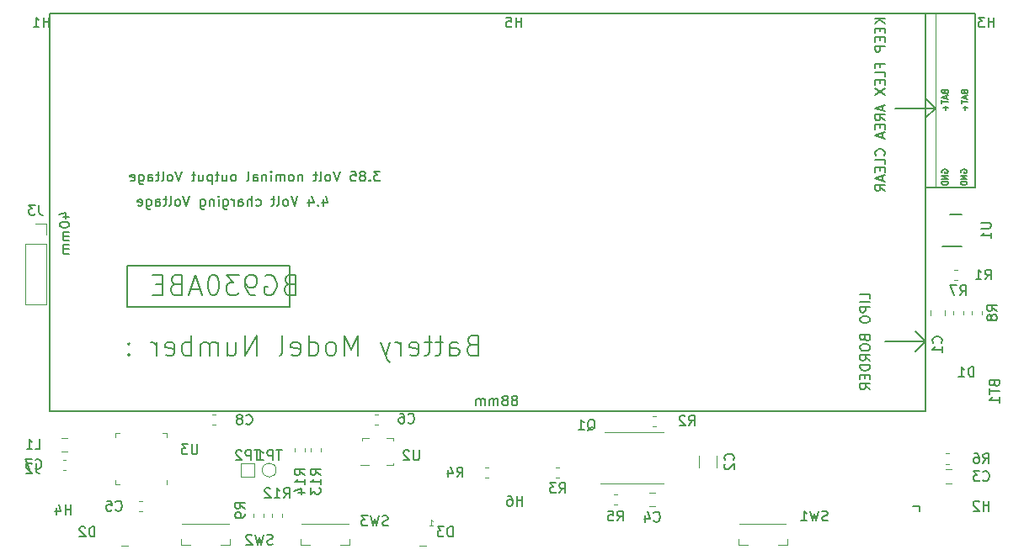
<source format=gbr>
G04 #@! TF.GenerationSoftware,KiCad,Pcbnew,5.1.5*
G04 #@! TF.CreationDate,2019-12-23T15:09:15+01:00*
G04 #@! TF.ProjectId,eside_rev18,65736964-655f-4726-9576-31382e6b6963,rev?*
G04 #@! TF.SameCoordinates,Original*
G04 #@! TF.FileFunction,Legend,Bot*
G04 #@! TF.FilePolarity,Positive*
%FSLAX46Y46*%
G04 Gerber Fmt 4.6, Leading zero omitted, Abs format (unit mm)*
G04 Created by KiCad (PCBNEW 5.1.5) date 2019-12-23 15:09:15*
%MOMM*%
%LPD*%
G04 APERTURE LIST*
%ADD10C,0.120000*%
%ADD11C,0.150000*%
%ADD12C,0.100000*%
%ADD13C,0.010000*%
G04 APERTURE END LIST*
D10*
X73900000Y-100950000D02*
X73900000Y-99550000D01*
X72500000Y-100950000D02*
X73900000Y-100950000D01*
X72500000Y-99550000D02*
X72500000Y-100950000D01*
X73900000Y-99550000D02*
X72500000Y-99550000D01*
X76100000Y-100250000D02*
G75*
G03X76100000Y-100250000I-700000J0D01*
G01*
X54541422Y-96990000D02*
X55058578Y-96990000D01*
X54541422Y-98410000D02*
X55058578Y-98410000D01*
X54637221Y-99190000D02*
X54962779Y-99190000D01*
X54637221Y-100210000D02*
X54962779Y-100210000D01*
D11*
X143050000Y-77725000D02*
X144975000Y-77725000D01*
X143825000Y-74475000D02*
X144975000Y-74475000D01*
D10*
X62662779Y-104410000D02*
X62337221Y-104410000D01*
X62662779Y-103390000D02*
X62337221Y-103390000D01*
D12*
X87900000Y-99750000D02*
X87900000Y-99530000D01*
X87180000Y-99750000D02*
X87900000Y-99750000D01*
X87900000Y-97050000D02*
X87180000Y-97050000D01*
X87900000Y-97270000D02*
X87900000Y-97050000D01*
X84700000Y-97050000D02*
X84700000Y-97270000D01*
X84700000Y-97050000D02*
X85420000Y-97050000D01*
X84600000Y-99750000D02*
X85420000Y-99750000D01*
D10*
X52960000Y-75440000D02*
X51900000Y-75440000D01*
X52960000Y-76500000D02*
X52960000Y-75440000D01*
X52960000Y-77500000D02*
X50840000Y-77500000D01*
X50840000Y-77500000D02*
X50840000Y-83560000D01*
X52960000Y-77500000D02*
X52960000Y-83560000D01*
X52960000Y-83560000D02*
X50840000Y-83560000D01*
X118590000Y-100002064D02*
X118590000Y-98797936D01*
X120410000Y-100002064D02*
X120410000Y-98797936D01*
X65110000Y-101235000D02*
X65110000Y-101710000D01*
X59890000Y-96490000D02*
X60365000Y-96490000D01*
X59890000Y-96965000D02*
X59890000Y-96490000D01*
X59890000Y-101710000D02*
X60365000Y-101710000D01*
X59890000Y-101235000D02*
X59890000Y-101710000D01*
X65110000Y-96490000D02*
X64635000Y-96490000D01*
X65110000Y-96965000D02*
X65110000Y-96490000D01*
X86362779Y-94690000D02*
X86037221Y-94690000D01*
X86362779Y-95710000D02*
X86037221Y-95710000D01*
X91200000Y-107900000D02*
X90500000Y-107900000D01*
X147010000Y-84237221D02*
X147010000Y-84562779D01*
X145990000Y-84237221D02*
X145990000Y-84562779D01*
X145210000Y-84237221D02*
X145210000Y-84562779D01*
X144190000Y-84237221D02*
X144190000Y-84562779D01*
X109155000Y-96430000D02*
X115045000Y-96430000D01*
X108700000Y-101570000D02*
X115045000Y-101570000D01*
X61200000Y-107900000D02*
X60500000Y-107900000D01*
X79010000Y-98037221D02*
X79010000Y-98362779D01*
X77990000Y-98037221D02*
X77990000Y-98362779D01*
X80610000Y-98037221D02*
X80610000Y-98362779D01*
X79590000Y-98037221D02*
X79590000Y-98362779D01*
X83450000Y-107775000D02*
X82525000Y-107775000D01*
X83350000Y-105650000D02*
X78650000Y-105650000D01*
X78550000Y-107225000D02*
X78550000Y-107775000D01*
X83450000Y-107225000D02*
X83450000Y-107775000D01*
X79475000Y-107775000D02*
X78550000Y-107775000D01*
X71450000Y-107775000D02*
X70525000Y-107775000D01*
X71350000Y-105650000D02*
X66650000Y-105650000D01*
X66550000Y-107225000D02*
X66550000Y-107775000D01*
X71450000Y-107225000D02*
X71450000Y-107775000D01*
X67475000Y-107775000D02*
X66550000Y-107775000D01*
X123475000Y-107775000D02*
X122550000Y-107775000D01*
X127450000Y-107225000D02*
X127450000Y-107775000D01*
X122550000Y-107225000D02*
X122550000Y-107775000D01*
X127350000Y-105650000D02*
X122650000Y-105650000D01*
X127450000Y-107775000D02*
X126525000Y-107775000D01*
X76710000Y-104962779D02*
X76710000Y-104637221D01*
X75690000Y-104962779D02*
X75690000Y-104637221D01*
X74810000Y-104962779D02*
X74810000Y-104637221D01*
X73790000Y-104962779D02*
X73790000Y-104637221D01*
X143762779Y-99610000D02*
X143437221Y-99610000D01*
X143762779Y-98590000D02*
X143437221Y-98590000D01*
X110037221Y-102690000D02*
X110362779Y-102690000D01*
X110037221Y-103710000D02*
X110362779Y-103710000D01*
X97462779Y-101010000D02*
X97137221Y-101010000D01*
X97462779Y-99990000D02*
X97137221Y-99990000D01*
X104237221Y-99990000D02*
X104562779Y-99990000D01*
X104237221Y-101010000D02*
X104562779Y-101010000D01*
X114262779Y-95810000D02*
X113937221Y-95810000D01*
X114262779Y-94790000D02*
X113937221Y-94790000D01*
X144562779Y-81110000D02*
X144237221Y-81110000D01*
X144562779Y-80090000D02*
X144237221Y-80090000D01*
D11*
X140800000Y-103900000D02*
X140800000Y-104400000D01*
X140100000Y-103900000D02*
X140800000Y-103900000D01*
D10*
X69637221Y-94690000D02*
X69962779Y-94690000D01*
X69637221Y-95710000D02*
X69962779Y-95710000D01*
X113641422Y-102490000D02*
X114158578Y-102490000D01*
X113641422Y-103910000D02*
X114158578Y-103910000D01*
X143958578Y-101610000D02*
X143441422Y-101610000D01*
X143958578Y-100190000D02*
X143441422Y-100190000D01*
X143310000Y-84141422D02*
X143310000Y-84658578D01*
X141890000Y-84141422D02*
X141890000Y-84658578D01*
D11*
X146350000Y-54300000D02*
X53350000Y-54300000D01*
X53350000Y-54300000D02*
X53350000Y-94300000D01*
X53350000Y-94300000D02*
X141350000Y-94300000D01*
X146350000Y-71800000D02*
X142350000Y-71800000D01*
D13*
X142350000Y-71800000D02*
X142350000Y-54300000D01*
D11*
X142350000Y-63800000D02*
X138350000Y-63800000D01*
X141350000Y-64800000D02*
X142350000Y-63800000D01*
X142350000Y-63800000D02*
X141350000Y-62800000D01*
X141350000Y-54300000D02*
X141350000Y-71800000D01*
X141350000Y-87300000D02*
X137350000Y-87300000D01*
X137350000Y-87300000D02*
X141350000Y-87300000D01*
X141350000Y-87300000D02*
X140350000Y-88300000D01*
X141350000Y-87300000D02*
X140350000Y-86300000D01*
X146350000Y-54300000D02*
X146350000Y-71800000D01*
X142350000Y-71800000D02*
X141350000Y-71800000D01*
X141350000Y-71800000D02*
X141350000Y-94300000D01*
X77450000Y-83800000D02*
X77450000Y-79700000D01*
X77450000Y-79700000D02*
X61150000Y-79700000D01*
X61150000Y-79700000D02*
X61150000Y-83800000D01*
X61150000Y-83800000D02*
X77450000Y-83800000D01*
X74461904Y-98254380D02*
X73890476Y-98254380D01*
X74176190Y-99254380D02*
X74176190Y-98254380D01*
X73557142Y-99254380D02*
X73557142Y-98254380D01*
X73176190Y-98254380D01*
X73080952Y-98302000D01*
X73033333Y-98349619D01*
X72985714Y-98444857D01*
X72985714Y-98587714D01*
X73033333Y-98682952D01*
X73080952Y-98730571D01*
X73176190Y-98778190D01*
X73557142Y-98778190D01*
X72604761Y-98349619D02*
X72557142Y-98302000D01*
X72461904Y-98254380D01*
X72223809Y-98254380D01*
X72128571Y-98302000D01*
X72080952Y-98349619D01*
X72033333Y-98444857D01*
X72033333Y-98540095D01*
X72080952Y-98682952D01*
X72652380Y-99254380D01*
X72033333Y-99254380D01*
X76661904Y-98254380D02*
X76090476Y-98254380D01*
X76376190Y-99254380D02*
X76376190Y-98254380D01*
X75757142Y-99254380D02*
X75757142Y-98254380D01*
X75376190Y-98254380D01*
X75280952Y-98302000D01*
X75233333Y-98349619D01*
X75185714Y-98444857D01*
X75185714Y-98587714D01*
X75233333Y-98682952D01*
X75280952Y-98730571D01*
X75376190Y-98778190D01*
X75757142Y-98778190D01*
X74233333Y-99254380D02*
X74804761Y-99254380D01*
X74519047Y-99254380D02*
X74519047Y-98254380D01*
X74614285Y-98397238D01*
X74709523Y-98492476D01*
X74804761Y-98540095D01*
X51866666Y-98152380D02*
X52342857Y-98152380D01*
X52342857Y-97152380D01*
X51009523Y-98152380D02*
X51580952Y-98152380D01*
X51295238Y-98152380D02*
X51295238Y-97152380D01*
X51390476Y-97295238D01*
X51485714Y-97390476D01*
X51580952Y-97438095D01*
X51866666Y-100057142D02*
X51914285Y-100104761D01*
X52057142Y-100152380D01*
X52152380Y-100152380D01*
X52295238Y-100104761D01*
X52390476Y-100009523D01*
X52438095Y-99914285D01*
X52485714Y-99723809D01*
X52485714Y-99580952D01*
X52438095Y-99390476D01*
X52390476Y-99295238D01*
X52295238Y-99200000D01*
X52152380Y-99152380D01*
X52057142Y-99152380D01*
X51914285Y-99200000D01*
X51866666Y-99247619D01*
X51533333Y-99152380D02*
X50866666Y-99152380D01*
X51295238Y-100152380D01*
X146952380Y-75338095D02*
X147761904Y-75338095D01*
X147857142Y-75385714D01*
X147904761Y-75433333D01*
X147952380Y-75528571D01*
X147952380Y-75719047D01*
X147904761Y-75814285D01*
X147857142Y-75861904D01*
X147761904Y-75909523D01*
X146952380Y-75909523D01*
X147952380Y-76909523D02*
X147952380Y-76338095D01*
X147952380Y-76623809D02*
X146952380Y-76623809D01*
X147095238Y-76528571D01*
X147190476Y-76433333D01*
X147238095Y-76338095D01*
X59966666Y-104257142D02*
X60014285Y-104304761D01*
X60157142Y-104352380D01*
X60252380Y-104352380D01*
X60395238Y-104304761D01*
X60490476Y-104209523D01*
X60538095Y-104114285D01*
X60585714Y-103923809D01*
X60585714Y-103780952D01*
X60538095Y-103590476D01*
X60490476Y-103495238D01*
X60395238Y-103400000D01*
X60252380Y-103352380D01*
X60157142Y-103352380D01*
X60014285Y-103400000D01*
X59966666Y-103447619D01*
X59061904Y-103352380D02*
X59538095Y-103352380D01*
X59585714Y-103828571D01*
X59538095Y-103780952D01*
X59442857Y-103733333D01*
X59204761Y-103733333D01*
X59109523Y-103780952D01*
X59061904Y-103828571D01*
X59014285Y-103923809D01*
X59014285Y-104161904D01*
X59061904Y-104257142D01*
X59109523Y-104304761D01*
X59204761Y-104352380D01*
X59442857Y-104352380D01*
X59538095Y-104304761D01*
X59585714Y-104257142D01*
X90461904Y-98252380D02*
X90461904Y-99061904D01*
X90414285Y-99157142D01*
X90366666Y-99204761D01*
X90271428Y-99252380D01*
X90080952Y-99252380D01*
X89985714Y-99204761D01*
X89938095Y-99157142D01*
X89890476Y-99061904D01*
X89890476Y-98252380D01*
X89461904Y-98347619D02*
X89414285Y-98300000D01*
X89319047Y-98252380D01*
X89080952Y-98252380D01*
X88985714Y-98300000D01*
X88938095Y-98347619D01*
X88890476Y-98442857D01*
X88890476Y-98538095D01*
X88938095Y-98680952D01*
X89509523Y-99252380D01*
X88890476Y-99252380D01*
X52233333Y-73552380D02*
X52233333Y-74266666D01*
X52280952Y-74409523D01*
X52376190Y-74504761D01*
X52519047Y-74552380D01*
X52614285Y-74552380D01*
X51852380Y-73552380D02*
X51233333Y-73552380D01*
X51566666Y-73933333D01*
X51423809Y-73933333D01*
X51328571Y-73980952D01*
X51280952Y-74028571D01*
X51233333Y-74123809D01*
X51233333Y-74361904D01*
X51280952Y-74457142D01*
X51328571Y-74504761D01*
X51423809Y-74552380D01*
X51709523Y-74552380D01*
X51804761Y-74504761D01*
X51852380Y-74457142D01*
X122057142Y-99233333D02*
X122104761Y-99185714D01*
X122152380Y-99042857D01*
X122152380Y-98947619D01*
X122104761Y-98804761D01*
X122009523Y-98709523D01*
X121914285Y-98661904D01*
X121723809Y-98614285D01*
X121580952Y-98614285D01*
X121390476Y-98661904D01*
X121295238Y-98709523D01*
X121200000Y-98804761D01*
X121152380Y-98947619D01*
X121152380Y-99042857D01*
X121200000Y-99185714D01*
X121247619Y-99233333D01*
X121247619Y-99614285D02*
X121200000Y-99661904D01*
X121152380Y-99757142D01*
X121152380Y-99995238D01*
X121200000Y-100090476D01*
X121247619Y-100138095D01*
X121342857Y-100185714D01*
X121438095Y-100185714D01*
X121580952Y-100138095D01*
X122152380Y-99566666D01*
X122152380Y-100185714D01*
X68161904Y-97652380D02*
X68161904Y-98461904D01*
X68114285Y-98557142D01*
X68066666Y-98604761D01*
X67971428Y-98652380D01*
X67780952Y-98652380D01*
X67685714Y-98604761D01*
X67638095Y-98557142D01*
X67590476Y-98461904D01*
X67590476Y-97652380D01*
X67209523Y-97652380D02*
X66590476Y-97652380D01*
X66923809Y-98033333D01*
X66780952Y-98033333D01*
X66685714Y-98080952D01*
X66638095Y-98128571D01*
X66590476Y-98223809D01*
X66590476Y-98461904D01*
X66638095Y-98557142D01*
X66685714Y-98604761D01*
X66780952Y-98652380D01*
X67066666Y-98652380D01*
X67161904Y-98604761D01*
X67209523Y-98557142D01*
X89366666Y-95457142D02*
X89414285Y-95504761D01*
X89557142Y-95552380D01*
X89652380Y-95552380D01*
X89795238Y-95504761D01*
X89890476Y-95409523D01*
X89938095Y-95314285D01*
X89985714Y-95123809D01*
X89985714Y-94980952D01*
X89938095Y-94790476D01*
X89890476Y-94695238D01*
X89795238Y-94600000D01*
X89652380Y-94552380D01*
X89557142Y-94552380D01*
X89414285Y-94600000D01*
X89366666Y-94647619D01*
X88509523Y-94552380D02*
X88700000Y-94552380D01*
X88795238Y-94600000D01*
X88842857Y-94647619D01*
X88938095Y-94790476D01*
X88985714Y-94980952D01*
X88985714Y-95361904D01*
X88938095Y-95457142D01*
X88890476Y-95504761D01*
X88795238Y-95552380D01*
X88604761Y-95552380D01*
X88509523Y-95504761D01*
X88461904Y-95457142D01*
X88414285Y-95361904D01*
X88414285Y-95123809D01*
X88461904Y-95028571D01*
X88509523Y-94980952D01*
X88604761Y-94933333D01*
X88795238Y-94933333D01*
X88890476Y-94980952D01*
X88938095Y-95028571D01*
X88985714Y-95123809D01*
X93838095Y-106952380D02*
X93838095Y-105952380D01*
X93600000Y-105952380D01*
X93457142Y-106000000D01*
X93361904Y-106095238D01*
X93314285Y-106190476D01*
X93266666Y-106380952D01*
X93266666Y-106523809D01*
X93314285Y-106714285D01*
X93361904Y-106809523D01*
X93457142Y-106904761D01*
X93600000Y-106952380D01*
X93838095Y-106952380D01*
X92933333Y-105952380D02*
X92314285Y-105952380D01*
X92647619Y-106333333D01*
X92504761Y-106333333D01*
X92409523Y-106380952D01*
X92361904Y-106428571D01*
X92314285Y-106523809D01*
X92314285Y-106761904D01*
X92361904Y-106857142D01*
X92409523Y-106904761D01*
X92504761Y-106952380D01*
X92790476Y-106952380D01*
X92885714Y-106904761D01*
X92933333Y-106857142D01*
D12*
X91528571Y-105871428D02*
X91871428Y-105871428D01*
X91700000Y-105871428D02*
X91700000Y-105271428D01*
X91757142Y-105357142D01*
X91814285Y-105414285D01*
X91871428Y-105442857D01*
D11*
X148552380Y-84233333D02*
X148076190Y-83900000D01*
X148552380Y-83661904D02*
X147552380Y-83661904D01*
X147552380Y-84042857D01*
X147600000Y-84138095D01*
X147647619Y-84185714D01*
X147742857Y-84233333D01*
X147885714Y-84233333D01*
X147980952Y-84185714D01*
X148028571Y-84138095D01*
X148076190Y-84042857D01*
X148076190Y-83661904D01*
X147980952Y-84804761D02*
X147933333Y-84709523D01*
X147885714Y-84661904D01*
X147790476Y-84614285D01*
X147742857Y-84614285D01*
X147647619Y-84661904D01*
X147600000Y-84709523D01*
X147552380Y-84804761D01*
X147552380Y-84995238D01*
X147600000Y-85090476D01*
X147647619Y-85138095D01*
X147742857Y-85185714D01*
X147790476Y-85185714D01*
X147885714Y-85138095D01*
X147933333Y-85090476D01*
X147980952Y-84995238D01*
X147980952Y-84804761D01*
X148028571Y-84709523D01*
X148076190Y-84661904D01*
X148171428Y-84614285D01*
X148361904Y-84614285D01*
X148457142Y-84661904D01*
X148504761Y-84709523D01*
X148552380Y-84804761D01*
X148552380Y-84995238D01*
X148504761Y-85090476D01*
X148457142Y-85138095D01*
X148361904Y-85185714D01*
X148171428Y-85185714D01*
X148076190Y-85138095D01*
X148028571Y-85090476D01*
X147980952Y-84995238D01*
X144866666Y-82652380D02*
X145200000Y-82176190D01*
X145438095Y-82652380D02*
X145438095Y-81652380D01*
X145057142Y-81652380D01*
X144961904Y-81700000D01*
X144914285Y-81747619D01*
X144866666Y-81842857D01*
X144866666Y-81985714D01*
X144914285Y-82080952D01*
X144961904Y-82128571D01*
X145057142Y-82176190D01*
X145438095Y-82176190D01*
X144533333Y-81652380D02*
X143866666Y-81652380D01*
X144295238Y-82652380D01*
X146238095Y-90852380D02*
X146238095Y-89852380D01*
X146000000Y-89852380D01*
X145857142Y-89900000D01*
X145761904Y-89995238D01*
X145714285Y-90090476D01*
X145666666Y-90280952D01*
X145666666Y-90423809D01*
X145714285Y-90614285D01*
X145761904Y-90709523D01*
X145857142Y-90804761D01*
X146000000Y-90852380D01*
X146238095Y-90852380D01*
X144714285Y-90852380D02*
X145285714Y-90852380D01*
X145000000Y-90852380D02*
X145000000Y-89852380D01*
X145095238Y-89995238D01*
X145190476Y-90090476D01*
X145285714Y-90138095D01*
X107395238Y-96247619D02*
X107490476Y-96200000D01*
X107585714Y-96104761D01*
X107728571Y-95961904D01*
X107823809Y-95914285D01*
X107919047Y-95914285D01*
X107871428Y-96152380D02*
X107966666Y-96104761D01*
X108061904Y-96009523D01*
X108109523Y-95819047D01*
X108109523Y-95485714D01*
X108061904Y-95295238D01*
X107966666Y-95200000D01*
X107871428Y-95152380D01*
X107680952Y-95152380D01*
X107585714Y-95200000D01*
X107490476Y-95295238D01*
X107442857Y-95485714D01*
X107442857Y-95819047D01*
X107490476Y-96009523D01*
X107585714Y-96104761D01*
X107680952Y-96152380D01*
X107871428Y-96152380D01*
X106490476Y-96152380D02*
X107061904Y-96152380D01*
X106776190Y-96152380D02*
X106776190Y-95152380D01*
X106871428Y-95295238D01*
X106966666Y-95390476D01*
X107061904Y-95438095D01*
X57838095Y-106952380D02*
X57838095Y-105952380D01*
X57600000Y-105952380D01*
X57457142Y-106000000D01*
X57361904Y-106095238D01*
X57314285Y-106190476D01*
X57266666Y-106380952D01*
X57266666Y-106523809D01*
X57314285Y-106714285D01*
X57361904Y-106809523D01*
X57457142Y-106904761D01*
X57600000Y-106952380D01*
X57838095Y-106952380D01*
X56885714Y-106047619D02*
X56838095Y-106000000D01*
X56742857Y-105952380D01*
X56504761Y-105952380D01*
X56409523Y-106000000D01*
X56361904Y-106047619D01*
X56314285Y-106142857D01*
X56314285Y-106238095D01*
X56361904Y-106380952D01*
X56933333Y-106952380D01*
X56314285Y-106952380D01*
X78952380Y-100757142D02*
X78476190Y-100423809D01*
X78952380Y-100185714D02*
X77952380Y-100185714D01*
X77952380Y-100566666D01*
X78000000Y-100661904D01*
X78047619Y-100709523D01*
X78142857Y-100757142D01*
X78285714Y-100757142D01*
X78380952Y-100709523D01*
X78428571Y-100661904D01*
X78476190Y-100566666D01*
X78476190Y-100185714D01*
X78952380Y-101709523D02*
X78952380Y-101138095D01*
X78952380Y-101423809D02*
X77952380Y-101423809D01*
X78095238Y-101328571D01*
X78190476Y-101233333D01*
X78238095Y-101138095D01*
X78285714Y-102566666D02*
X78952380Y-102566666D01*
X77904761Y-102328571D02*
X78619047Y-102090476D01*
X78619047Y-102709523D01*
X80552380Y-100757142D02*
X80076190Y-100423809D01*
X80552380Y-100185714D02*
X79552380Y-100185714D01*
X79552380Y-100566666D01*
X79600000Y-100661904D01*
X79647619Y-100709523D01*
X79742857Y-100757142D01*
X79885714Y-100757142D01*
X79980952Y-100709523D01*
X80028571Y-100661904D01*
X80076190Y-100566666D01*
X80076190Y-100185714D01*
X80552380Y-101709523D02*
X80552380Y-101138095D01*
X80552380Y-101423809D02*
X79552380Y-101423809D01*
X79695238Y-101328571D01*
X79790476Y-101233333D01*
X79838095Y-101138095D01*
X79552380Y-102042857D02*
X79552380Y-102661904D01*
X79933333Y-102328571D01*
X79933333Y-102471428D01*
X79980952Y-102566666D01*
X80028571Y-102614285D01*
X80123809Y-102661904D01*
X80361904Y-102661904D01*
X80457142Y-102614285D01*
X80504761Y-102566666D01*
X80552380Y-102471428D01*
X80552380Y-102185714D01*
X80504761Y-102090476D01*
X80457142Y-102042857D01*
X87333333Y-105804761D02*
X87190476Y-105852380D01*
X86952380Y-105852380D01*
X86857142Y-105804761D01*
X86809523Y-105757142D01*
X86761904Y-105661904D01*
X86761904Y-105566666D01*
X86809523Y-105471428D01*
X86857142Y-105423809D01*
X86952380Y-105376190D01*
X87142857Y-105328571D01*
X87238095Y-105280952D01*
X87285714Y-105233333D01*
X87333333Y-105138095D01*
X87333333Y-105042857D01*
X87285714Y-104947619D01*
X87238095Y-104900000D01*
X87142857Y-104852380D01*
X86904761Y-104852380D01*
X86761904Y-104900000D01*
X86428571Y-104852380D02*
X86190476Y-105852380D01*
X86000000Y-105138095D01*
X85809523Y-105852380D01*
X85571428Y-104852380D01*
X85285714Y-104852380D02*
X84666666Y-104852380D01*
X85000000Y-105233333D01*
X84857142Y-105233333D01*
X84761904Y-105280952D01*
X84714285Y-105328571D01*
X84666666Y-105423809D01*
X84666666Y-105661904D01*
X84714285Y-105757142D01*
X84761904Y-105804761D01*
X84857142Y-105852380D01*
X85142857Y-105852380D01*
X85238095Y-105804761D01*
X85285714Y-105757142D01*
X75733333Y-107704761D02*
X75590476Y-107752380D01*
X75352380Y-107752380D01*
X75257142Y-107704761D01*
X75209523Y-107657142D01*
X75161904Y-107561904D01*
X75161904Y-107466666D01*
X75209523Y-107371428D01*
X75257142Y-107323809D01*
X75352380Y-107276190D01*
X75542857Y-107228571D01*
X75638095Y-107180952D01*
X75685714Y-107133333D01*
X75733333Y-107038095D01*
X75733333Y-106942857D01*
X75685714Y-106847619D01*
X75638095Y-106800000D01*
X75542857Y-106752380D01*
X75304761Y-106752380D01*
X75161904Y-106800000D01*
X74828571Y-106752380D02*
X74590476Y-107752380D01*
X74400000Y-107038095D01*
X74209523Y-107752380D01*
X73971428Y-106752380D01*
X73638095Y-106847619D02*
X73590476Y-106800000D01*
X73495238Y-106752380D01*
X73257142Y-106752380D01*
X73161904Y-106800000D01*
X73114285Y-106847619D01*
X73066666Y-106942857D01*
X73066666Y-107038095D01*
X73114285Y-107180952D01*
X73685714Y-107752380D01*
X73066666Y-107752380D01*
X131533333Y-105304761D02*
X131390476Y-105352380D01*
X131152380Y-105352380D01*
X131057142Y-105304761D01*
X131009523Y-105257142D01*
X130961904Y-105161904D01*
X130961904Y-105066666D01*
X131009523Y-104971428D01*
X131057142Y-104923809D01*
X131152380Y-104876190D01*
X131342857Y-104828571D01*
X131438095Y-104780952D01*
X131485714Y-104733333D01*
X131533333Y-104638095D01*
X131533333Y-104542857D01*
X131485714Y-104447619D01*
X131438095Y-104400000D01*
X131342857Y-104352380D01*
X131104761Y-104352380D01*
X130961904Y-104400000D01*
X130628571Y-104352380D02*
X130390476Y-105352380D01*
X130200000Y-104638095D01*
X130009523Y-105352380D01*
X129771428Y-104352380D01*
X128866666Y-105352380D02*
X129438095Y-105352380D01*
X129152380Y-105352380D02*
X129152380Y-104352380D01*
X129247619Y-104495238D01*
X129342857Y-104590476D01*
X129438095Y-104638095D01*
X76842857Y-103052380D02*
X77176190Y-102576190D01*
X77414285Y-103052380D02*
X77414285Y-102052380D01*
X77033333Y-102052380D01*
X76938095Y-102100000D01*
X76890476Y-102147619D01*
X76842857Y-102242857D01*
X76842857Y-102385714D01*
X76890476Y-102480952D01*
X76938095Y-102528571D01*
X77033333Y-102576190D01*
X77414285Y-102576190D01*
X75890476Y-103052380D02*
X76461904Y-103052380D01*
X76176190Y-103052380D02*
X76176190Y-102052380D01*
X76271428Y-102195238D01*
X76366666Y-102290476D01*
X76461904Y-102338095D01*
X75509523Y-102147619D02*
X75461904Y-102100000D01*
X75366666Y-102052380D01*
X75128571Y-102052380D01*
X75033333Y-102100000D01*
X74985714Y-102147619D01*
X74938095Y-102242857D01*
X74938095Y-102338095D01*
X74985714Y-102480952D01*
X75557142Y-103052380D01*
X74938095Y-103052380D01*
X72952380Y-104133333D02*
X72476190Y-103800000D01*
X72952380Y-103561904D02*
X71952380Y-103561904D01*
X71952380Y-103942857D01*
X72000000Y-104038095D01*
X72047619Y-104085714D01*
X72142857Y-104133333D01*
X72285714Y-104133333D01*
X72380952Y-104085714D01*
X72428571Y-104038095D01*
X72476190Y-103942857D01*
X72476190Y-103561904D01*
X72952380Y-104609523D02*
X72952380Y-104800000D01*
X72904761Y-104895238D01*
X72857142Y-104942857D01*
X72714285Y-105038095D01*
X72523809Y-105085714D01*
X72142857Y-105085714D01*
X72047619Y-105038095D01*
X72000000Y-104990476D01*
X71952380Y-104895238D01*
X71952380Y-104704761D01*
X72000000Y-104609523D01*
X72047619Y-104561904D01*
X72142857Y-104514285D01*
X72380952Y-104514285D01*
X72476190Y-104561904D01*
X72523809Y-104609523D01*
X72571428Y-104704761D01*
X72571428Y-104895238D01*
X72523809Y-104990476D01*
X72476190Y-105038095D01*
X72380952Y-105085714D01*
X147166666Y-99552380D02*
X147500000Y-99076190D01*
X147738095Y-99552380D02*
X147738095Y-98552380D01*
X147357142Y-98552380D01*
X147261904Y-98600000D01*
X147214285Y-98647619D01*
X147166666Y-98742857D01*
X147166666Y-98885714D01*
X147214285Y-98980952D01*
X147261904Y-99028571D01*
X147357142Y-99076190D01*
X147738095Y-99076190D01*
X146309523Y-98552380D02*
X146500000Y-98552380D01*
X146595238Y-98600000D01*
X146642857Y-98647619D01*
X146738095Y-98790476D01*
X146785714Y-98980952D01*
X146785714Y-99361904D01*
X146738095Y-99457142D01*
X146690476Y-99504761D01*
X146595238Y-99552380D01*
X146404761Y-99552380D01*
X146309523Y-99504761D01*
X146261904Y-99457142D01*
X146214285Y-99361904D01*
X146214285Y-99123809D01*
X146261904Y-99028571D01*
X146309523Y-98980952D01*
X146404761Y-98933333D01*
X146595238Y-98933333D01*
X146690476Y-98980952D01*
X146738095Y-99028571D01*
X146785714Y-99123809D01*
X110366666Y-105352380D02*
X110700000Y-104876190D01*
X110938095Y-105352380D02*
X110938095Y-104352380D01*
X110557142Y-104352380D01*
X110461904Y-104400000D01*
X110414285Y-104447619D01*
X110366666Y-104542857D01*
X110366666Y-104685714D01*
X110414285Y-104780952D01*
X110461904Y-104828571D01*
X110557142Y-104876190D01*
X110938095Y-104876190D01*
X109461904Y-104352380D02*
X109938095Y-104352380D01*
X109985714Y-104828571D01*
X109938095Y-104780952D01*
X109842857Y-104733333D01*
X109604761Y-104733333D01*
X109509523Y-104780952D01*
X109461904Y-104828571D01*
X109414285Y-104923809D01*
X109414285Y-105161904D01*
X109461904Y-105257142D01*
X109509523Y-105304761D01*
X109604761Y-105352380D01*
X109842857Y-105352380D01*
X109938095Y-105304761D01*
X109985714Y-105257142D01*
X94266666Y-100952380D02*
X94600000Y-100476190D01*
X94838095Y-100952380D02*
X94838095Y-99952380D01*
X94457142Y-99952380D01*
X94361904Y-100000000D01*
X94314285Y-100047619D01*
X94266666Y-100142857D01*
X94266666Y-100285714D01*
X94314285Y-100380952D01*
X94361904Y-100428571D01*
X94457142Y-100476190D01*
X94838095Y-100476190D01*
X93409523Y-100285714D02*
X93409523Y-100952380D01*
X93647619Y-99904761D02*
X93885714Y-100619047D01*
X93266666Y-100619047D01*
X104566666Y-102552380D02*
X104900000Y-102076190D01*
X105138095Y-102552380D02*
X105138095Y-101552380D01*
X104757142Y-101552380D01*
X104661904Y-101600000D01*
X104614285Y-101647619D01*
X104566666Y-101742857D01*
X104566666Y-101885714D01*
X104614285Y-101980952D01*
X104661904Y-102028571D01*
X104757142Y-102076190D01*
X105138095Y-102076190D01*
X104233333Y-101552380D02*
X103614285Y-101552380D01*
X103947619Y-101933333D01*
X103804761Y-101933333D01*
X103709523Y-101980952D01*
X103661904Y-102028571D01*
X103614285Y-102123809D01*
X103614285Y-102361904D01*
X103661904Y-102457142D01*
X103709523Y-102504761D01*
X103804761Y-102552380D01*
X104090476Y-102552380D01*
X104185714Y-102504761D01*
X104233333Y-102457142D01*
X117566666Y-95752380D02*
X117900000Y-95276190D01*
X118138095Y-95752380D02*
X118138095Y-94752380D01*
X117757142Y-94752380D01*
X117661904Y-94800000D01*
X117614285Y-94847619D01*
X117566666Y-94942857D01*
X117566666Y-95085714D01*
X117614285Y-95180952D01*
X117661904Y-95228571D01*
X117757142Y-95276190D01*
X118138095Y-95276190D01*
X117185714Y-94847619D02*
X117138095Y-94800000D01*
X117042857Y-94752380D01*
X116804761Y-94752380D01*
X116709523Y-94800000D01*
X116661904Y-94847619D01*
X116614285Y-94942857D01*
X116614285Y-95038095D01*
X116661904Y-95180952D01*
X117233333Y-95752380D01*
X116614285Y-95752380D01*
X147366666Y-81052380D02*
X147700000Y-80576190D01*
X147938095Y-81052380D02*
X147938095Y-80052380D01*
X147557142Y-80052380D01*
X147461904Y-80100000D01*
X147414285Y-80147619D01*
X147366666Y-80242857D01*
X147366666Y-80385714D01*
X147414285Y-80480952D01*
X147461904Y-80528571D01*
X147557142Y-80576190D01*
X147938095Y-80576190D01*
X146414285Y-81052380D02*
X146985714Y-81052380D01*
X146700000Y-81052380D02*
X146700000Y-80052380D01*
X146795238Y-80195238D01*
X146890476Y-80290476D01*
X146985714Y-80338095D01*
X51933333Y-99552380D02*
X51933333Y-100266666D01*
X51980952Y-100409523D01*
X52076190Y-100504761D01*
X52219047Y-100552380D01*
X52314285Y-100552380D01*
X51504761Y-99647619D02*
X51457142Y-99600000D01*
X51361904Y-99552380D01*
X51123809Y-99552380D01*
X51028571Y-99600000D01*
X50980952Y-99647619D01*
X50933333Y-99742857D01*
X50933333Y-99838095D01*
X50980952Y-99980952D01*
X51552380Y-100552380D01*
X50933333Y-100552380D01*
X100861904Y-103852380D02*
X100861904Y-102852380D01*
X100861904Y-103328571D02*
X100290476Y-103328571D01*
X100290476Y-103852380D02*
X100290476Y-102852380D01*
X99385714Y-102852380D02*
X99576190Y-102852380D01*
X99671428Y-102900000D01*
X99719047Y-102947619D01*
X99814285Y-103090476D01*
X99861904Y-103280952D01*
X99861904Y-103661904D01*
X99814285Y-103757142D01*
X99766666Y-103804761D01*
X99671428Y-103852380D01*
X99480952Y-103852380D01*
X99385714Y-103804761D01*
X99338095Y-103757142D01*
X99290476Y-103661904D01*
X99290476Y-103423809D01*
X99338095Y-103328571D01*
X99385714Y-103280952D01*
X99480952Y-103233333D01*
X99671428Y-103233333D01*
X99766666Y-103280952D01*
X99814285Y-103328571D01*
X99861904Y-103423809D01*
X100761904Y-55652380D02*
X100761904Y-54652380D01*
X100761904Y-55128571D02*
X100190476Y-55128571D01*
X100190476Y-55652380D02*
X100190476Y-54652380D01*
X99238095Y-54652380D02*
X99714285Y-54652380D01*
X99761904Y-55128571D01*
X99714285Y-55080952D01*
X99619047Y-55033333D01*
X99380952Y-55033333D01*
X99285714Y-55080952D01*
X99238095Y-55128571D01*
X99190476Y-55223809D01*
X99190476Y-55461904D01*
X99238095Y-55557142D01*
X99285714Y-55604761D01*
X99380952Y-55652380D01*
X99619047Y-55652380D01*
X99714285Y-55604761D01*
X99761904Y-55557142D01*
X55461904Y-104752380D02*
X55461904Y-103752380D01*
X55461904Y-104228571D02*
X54890476Y-104228571D01*
X54890476Y-104752380D02*
X54890476Y-103752380D01*
X53985714Y-104085714D02*
X53985714Y-104752380D01*
X54223809Y-103704761D02*
X54461904Y-104419047D01*
X53842857Y-104419047D01*
X148261904Y-55652380D02*
X148261904Y-54652380D01*
X148261904Y-55128571D02*
X147690476Y-55128571D01*
X147690476Y-55652380D02*
X147690476Y-54652380D01*
X147309523Y-54652380D02*
X146690476Y-54652380D01*
X147023809Y-55033333D01*
X146880952Y-55033333D01*
X146785714Y-55080952D01*
X146738095Y-55128571D01*
X146690476Y-55223809D01*
X146690476Y-55461904D01*
X146738095Y-55557142D01*
X146785714Y-55604761D01*
X146880952Y-55652380D01*
X147166666Y-55652380D01*
X147261904Y-55604761D01*
X147309523Y-55557142D01*
X147761904Y-104352380D02*
X147761904Y-103352380D01*
X147761904Y-103828571D02*
X147190476Y-103828571D01*
X147190476Y-104352380D02*
X147190476Y-103352380D01*
X146761904Y-103447619D02*
X146714285Y-103400000D01*
X146619047Y-103352380D01*
X146380952Y-103352380D01*
X146285714Y-103400000D01*
X146238095Y-103447619D01*
X146190476Y-103542857D01*
X146190476Y-103638095D01*
X146238095Y-103780952D01*
X146809523Y-104352380D01*
X146190476Y-104352380D01*
X53261904Y-55652380D02*
X53261904Y-54652380D01*
X53261904Y-55128571D02*
X52690476Y-55128571D01*
X52690476Y-55652380D02*
X52690476Y-54652380D01*
X51690476Y-55652380D02*
X52261904Y-55652380D01*
X51976190Y-55652380D02*
X51976190Y-54652380D01*
X52071428Y-54795238D01*
X52166666Y-54890476D01*
X52261904Y-54938095D01*
X73066666Y-95557142D02*
X73114285Y-95604761D01*
X73257142Y-95652380D01*
X73352380Y-95652380D01*
X73495238Y-95604761D01*
X73590476Y-95509523D01*
X73638095Y-95414285D01*
X73685714Y-95223809D01*
X73685714Y-95080952D01*
X73638095Y-94890476D01*
X73590476Y-94795238D01*
X73495238Y-94700000D01*
X73352380Y-94652380D01*
X73257142Y-94652380D01*
X73114285Y-94700000D01*
X73066666Y-94747619D01*
X72495238Y-95080952D02*
X72590476Y-95033333D01*
X72638095Y-94985714D01*
X72685714Y-94890476D01*
X72685714Y-94842857D01*
X72638095Y-94747619D01*
X72590476Y-94700000D01*
X72495238Y-94652380D01*
X72304761Y-94652380D01*
X72209523Y-94700000D01*
X72161904Y-94747619D01*
X72114285Y-94842857D01*
X72114285Y-94890476D01*
X72161904Y-94985714D01*
X72209523Y-95033333D01*
X72304761Y-95080952D01*
X72495238Y-95080952D01*
X72590476Y-95128571D01*
X72638095Y-95176190D01*
X72685714Y-95271428D01*
X72685714Y-95461904D01*
X72638095Y-95557142D01*
X72590476Y-95604761D01*
X72495238Y-95652380D01*
X72304761Y-95652380D01*
X72209523Y-95604761D01*
X72161904Y-95557142D01*
X72114285Y-95461904D01*
X72114285Y-95271428D01*
X72161904Y-95176190D01*
X72209523Y-95128571D01*
X72304761Y-95080952D01*
X114066666Y-105357142D02*
X114114285Y-105404761D01*
X114257142Y-105452380D01*
X114352380Y-105452380D01*
X114495238Y-105404761D01*
X114590476Y-105309523D01*
X114638095Y-105214285D01*
X114685714Y-105023809D01*
X114685714Y-104880952D01*
X114638095Y-104690476D01*
X114590476Y-104595238D01*
X114495238Y-104500000D01*
X114352380Y-104452380D01*
X114257142Y-104452380D01*
X114114285Y-104500000D01*
X114066666Y-104547619D01*
X113209523Y-104785714D02*
X113209523Y-105452380D01*
X113447619Y-104404761D02*
X113685714Y-105119047D01*
X113066666Y-105119047D01*
X147166666Y-101257142D02*
X147214285Y-101304761D01*
X147357142Y-101352380D01*
X147452380Y-101352380D01*
X147595238Y-101304761D01*
X147690476Y-101209523D01*
X147738095Y-101114285D01*
X147785714Y-100923809D01*
X147785714Y-100780952D01*
X147738095Y-100590476D01*
X147690476Y-100495238D01*
X147595238Y-100400000D01*
X147452380Y-100352380D01*
X147357142Y-100352380D01*
X147214285Y-100400000D01*
X147166666Y-100447619D01*
X146833333Y-100352380D02*
X146214285Y-100352380D01*
X146547619Y-100733333D01*
X146404761Y-100733333D01*
X146309523Y-100780952D01*
X146261904Y-100828571D01*
X146214285Y-100923809D01*
X146214285Y-101161904D01*
X146261904Y-101257142D01*
X146309523Y-101304761D01*
X146404761Y-101352380D01*
X146690476Y-101352380D01*
X146785714Y-101304761D01*
X146833333Y-101257142D01*
X142957142Y-87433333D02*
X143004761Y-87385714D01*
X143052380Y-87242857D01*
X143052380Y-87147619D01*
X143004761Y-87004761D01*
X142909523Y-86909523D01*
X142814285Y-86861904D01*
X142623809Y-86814285D01*
X142480952Y-86814285D01*
X142290476Y-86861904D01*
X142195238Y-86909523D01*
X142100000Y-87004761D01*
X142052380Y-87147619D01*
X142052380Y-87242857D01*
X142100000Y-87385714D01*
X142147619Y-87433333D01*
X143052380Y-88385714D02*
X143052380Y-87814285D01*
X143052380Y-88100000D02*
X142052380Y-88100000D01*
X142195238Y-88004761D01*
X142290476Y-87909523D01*
X142338095Y-87814285D01*
X148278571Y-91514285D02*
X148326190Y-91657142D01*
X148373809Y-91704761D01*
X148469047Y-91752380D01*
X148611904Y-91752380D01*
X148707142Y-91704761D01*
X148754761Y-91657142D01*
X148802380Y-91561904D01*
X148802380Y-91180952D01*
X147802380Y-91180952D01*
X147802380Y-91514285D01*
X147850000Y-91609523D01*
X147897619Y-91657142D01*
X147992857Y-91704761D01*
X148088095Y-91704761D01*
X148183333Y-91657142D01*
X148230952Y-91609523D01*
X148278571Y-91514285D01*
X148278571Y-91180952D01*
X147802380Y-92038095D02*
X147802380Y-92609523D01*
X148802380Y-92323809D02*
X147802380Y-92323809D01*
X148802380Y-93466666D02*
X148802380Y-92895238D01*
X148802380Y-93180952D02*
X147802380Y-93180952D01*
X147945238Y-93085714D01*
X148040476Y-92990476D01*
X148088095Y-92895238D01*
X135802380Y-82990476D02*
X135802380Y-82514285D01*
X134802380Y-82514285D01*
X135802380Y-83323809D02*
X134802380Y-83323809D01*
X135802380Y-83800000D02*
X134802380Y-83800000D01*
X134802380Y-84180952D01*
X134850000Y-84276190D01*
X134897619Y-84323809D01*
X134992857Y-84371428D01*
X135135714Y-84371428D01*
X135230952Y-84323809D01*
X135278571Y-84276190D01*
X135326190Y-84180952D01*
X135326190Y-83800000D01*
X134802380Y-84990476D02*
X134802380Y-85180952D01*
X134850000Y-85276190D01*
X134945238Y-85371428D01*
X135135714Y-85419047D01*
X135469047Y-85419047D01*
X135659523Y-85371428D01*
X135754761Y-85276190D01*
X135802380Y-85180952D01*
X135802380Y-84990476D01*
X135754761Y-84895238D01*
X135659523Y-84800000D01*
X135469047Y-84752380D01*
X135135714Y-84752380D01*
X134945238Y-84800000D01*
X134850000Y-84895238D01*
X134802380Y-84990476D01*
X135278571Y-86942857D02*
X135326190Y-87085714D01*
X135373809Y-87133333D01*
X135469047Y-87180952D01*
X135611904Y-87180952D01*
X135707142Y-87133333D01*
X135754761Y-87085714D01*
X135802380Y-86990476D01*
X135802380Y-86609523D01*
X134802380Y-86609523D01*
X134802380Y-86942857D01*
X134850000Y-87038095D01*
X134897619Y-87085714D01*
X134992857Y-87133333D01*
X135088095Y-87133333D01*
X135183333Y-87085714D01*
X135230952Y-87038095D01*
X135278571Y-86942857D01*
X135278571Y-86609523D01*
X134802380Y-87800000D02*
X134802380Y-87990476D01*
X134850000Y-88085714D01*
X134945238Y-88180952D01*
X135135714Y-88228571D01*
X135469047Y-88228571D01*
X135659523Y-88180952D01*
X135754761Y-88085714D01*
X135802380Y-87990476D01*
X135802380Y-87800000D01*
X135754761Y-87704761D01*
X135659523Y-87609523D01*
X135469047Y-87561904D01*
X135135714Y-87561904D01*
X134945238Y-87609523D01*
X134850000Y-87704761D01*
X134802380Y-87800000D01*
X135802380Y-89228571D02*
X135326190Y-88895238D01*
X135802380Y-88657142D02*
X134802380Y-88657142D01*
X134802380Y-89038095D01*
X134850000Y-89133333D01*
X134897619Y-89180952D01*
X134992857Y-89228571D01*
X135135714Y-89228571D01*
X135230952Y-89180952D01*
X135278571Y-89133333D01*
X135326190Y-89038095D01*
X135326190Y-88657142D01*
X135802380Y-89657142D02*
X134802380Y-89657142D01*
X134802380Y-89895238D01*
X134850000Y-90038095D01*
X134945238Y-90133333D01*
X135040476Y-90180952D01*
X135230952Y-90228571D01*
X135373809Y-90228571D01*
X135564285Y-90180952D01*
X135659523Y-90133333D01*
X135754761Y-90038095D01*
X135802380Y-89895238D01*
X135802380Y-89657142D01*
X135278571Y-90657142D02*
X135278571Y-90990476D01*
X135802380Y-91133333D02*
X135802380Y-90657142D01*
X134802380Y-90657142D01*
X134802380Y-91133333D01*
X135802380Y-92133333D02*
X135326190Y-91800000D01*
X135802380Y-91561904D02*
X134802380Y-91561904D01*
X134802380Y-91942857D01*
X134850000Y-92038095D01*
X134897619Y-92085714D01*
X134992857Y-92133333D01*
X135135714Y-92133333D01*
X135230952Y-92085714D01*
X135278571Y-92038095D01*
X135326190Y-91942857D01*
X135326190Y-91561904D01*
X145307142Y-62185714D02*
X145335714Y-62271428D01*
X145364285Y-62300000D01*
X145421428Y-62328571D01*
X145507142Y-62328571D01*
X145564285Y-62300000D01*
X145592857Y-62271428D01*
X145621428Y-62214285D01*
X145621428Y-61985714D01*
X145021428Y-61985714D01*
X145021428Y-62185714D01*
X145050000Y-62242857D01*
X145078571Y-62271428D01*
X145135714Y-62300000D01*
X145192857Y-62300000D01*
X145250000Y-62271428D01*
X145278571Y-62242857D01*
X145307142Y-62185714D01*
X145307142Y-61985714D01*
X145450000Y-62557142D02*
X145450000Y-62842857D01*
X145621428Y-62500000D02*
X145021428Y-62700000D01*
X145621428Y-62900000D01*
X145021428Y-63014285D02*
X145021428Y-63357142D01*
X145621428Y-63185714D02*
X145021428Y-63185714D01*
X145392857Y-63557142D02*
X145392857Y-64014285D01*
X145621428Y-63785714D02*
X145164285Y-63785714D01*
X144950000Y-70292857D02*
X144921428Y-70235714D01*
X144921428Y-70150000D01*
X144950000Y-70064285D01*
X145007142Y-70007142D01*
X145064285Y-69978571D01*
X145178571Y-69950000D01*
X145264285Y-69950000D01*
X145378571Y-69978571D01*
X145435714Y-70007142D01*
X145492857Y-70064285D01*
X145521428Y-70150000D01*
X145521428Y-70207142D01*
X145492857Y-70292857D01*
X145464285Y-70321428D01*
X145264285Y-70321428D01*
X145264285Y-70207142D01*
X145521428Y-70578571D02*
X144921428Y-70578571D01*
X145521428Y-70921428D01*
X144921428Y-70921428D01*
X145521428Y-71207142D02*
X144921428Y-71207142D01*
X144921428Y-71350000D01*
X144950000Y-71435714D01*
X145007142Y-71492857D01*
X145064285Y-71521428D01*
X145178571Y-71550000D01*
X145264285Y-71550000D01*
X145378571Y-71521428D01*
X145435714Y-71492857D01*
X145492857Y-71435714D01*
X145521428Y-71350000D01*
X145521428Y-71207142D01*
X143050000Y-70292857D02*
X143021428Y-70235714D01*
X143021428Y-70150000D01*
X143050000Y-70064285D01*
X143107142Y-70007142D01*
X143164285Y-69978571D01*
X143278571Y-69950000D01*
X143364285Y-69950000D01*
X143478571Y-69978571D01*
X143535714Y-70007142D01*
X143592857Y-70064285D01*
X143621428Y-70150000D01*
X143621428Y-70207142D01*
X143592857Y-70292857D01*
X143564285Y-70321428D01*
X143364285Y-70321428D01*
X143364285Y-70207142D01*
X143621428Y-70578571D02*
X143021428Y-70578571D01*
X143621428Y-70921428D01*
X143021428Y-70921428D01*
X143621428Y-71207142D02*
X143021428Y-71207142D01*
X143021428Y-71350000D01*
X143050000Y-71435714D01*
X143107142Y-71492857D01*
X143164285Y-71521428D01*
X143278571Y-71550000D01*
X143364285Y-71550000D01*
X143478571Y-71521428D01*
X143535714Y-71492857D01*
X143592857Y-71435714D01*
X143621428Y-71350000D01*
X143621428Y-71207142D01*
X143307142Y-62185714D02*
X143335714Y-62271428D01*
X143364285Y-62300000D01*
X143421428Y-62328571D01*
X143507142Y-62328571D01*
X143564285Y-62300000D01*
X143592857Y-62271428D01*
X143621428Y-62214285D01*
X143621428Y-61985714D01*
X143021428Y-61985714D01*
X143021428Y-62185714D01*
X143050000Y-62242857D01*
X143078571Y-62271428D01*
X143135714Y-62300000D01*
X143192857Y-62300000D01*
X143250000Y-62271428D01*
X143278571Y-62242857D01*
X143307142Y-62185714D01*
X143307142Y-61985714D01*
X143450000Y-62557142D02*
X143450000Y-62842857D01*
X143621428Y-62500000D02*
X143021428Y-62700000D01*
X143621428Y-62900000D01*
X143021428Y-63014285D02*
X143021428Y-63357142D01*
X143621428Y-63185714D02*
X143021428Y-63185714D01*
X143392857Y-63557142D02*
X143392857Y-64014285D01*
X143621428Y-63785714D02*
X143164285Y-63785714D01*
X100154761Y-93180952D02*
X100250000Y-93133333D01*
X100297619Y-93085714D01*
X100345238Y-92990476D01*
X100345238Y-92942857D01*
X100297619Y-92847619D01*
X100250000Y-92800000D01*
X100154761Y-92752380D01*
X99964285Y-92752380D01*
X99869047Y-92800000D01*
X99821428Y-92847619D01*
X99773809Y-92942857D01*
X99773809Y-92990476D01*
X99821428Y-93085714D01*
X99869047Y-93133333D01*
X99964285Y-93180952D01*
X100154761Y-93180952D01*
X100250000Y-93228571D01*
X100297619Y-93276190D01*
X100345238Y-93371428D01*
X100345238Y-93561904D01*
X100297619Y-93657142D01*
X100250000Y-93704761D01*
X100154761Y-93752380D01*
X99964285Y-93752380D01*
X99869047Y-93704761D01*
X99821428Y-93657142D01*
X99773809Y-93561904D01*
X99773809Y-93371428D01*
X99821428Y-93276190D01*
X99869047Y-93228571D01*
X99964285Y-93180952D01*
X99202380Y-93180952D02*
X99297619Y-93133333D01*
X99345238Y-93085714D01*
X99392857Y-92990476D01*
X99392857Y-92942857D01*
X99345238Y-92847619D01*
X99297619Y-92800000D01*
X99202380Y-92752380D01*
X99011904Y-92752380D01*
X98916666Y-92800000D01*
X98869047Y-92847619D01*
X98821428Y-92942857D01*
X98821428Y-92990476D01*
X98869047Y-93085714D01*
X98916666Y-93133333D01*
X99011904Y-93180952D01*
X99202380Y-93180952D01*
X99297619Y-93228571D01*
X99345238Y-93276190D01*
X99392857Y-93371428D01*
X99392857Y-93561904D01*
X99345238Y-93657142D01*
X99297619Y-93704761D01*
X99202380Y-93752380D01*
X99011904Y-93752380D01*
X98916666Y-93704761D01*
X98869047Y-93657142D01*
X98821428Y-93561904D01*
X98821428Y-93371428D01*
X98869047Y-93276190D01*
X98916666Y-93228571D01*
X99011904Y-93180952D01*
X98392857Y-93752380D02*
X98392857Y-93085714D01*
X98392857Y-93180952D02*
X98345238Y-93133333D01*
X98250000Y-93085714D01*
X98107142Y-93085714D01*
X98011904Y-93133333D01*
X97964285Y-93228571D01*
X97964285Y-93752380D01*
X97964285Y-93228571D02*
X97916666Y-93133333D01*
X97821428Y-93085714D01*
X97678571Y-93085714D01*
X97583333Y-93133333D01*
X97535714Y-93228571D01*
X97535714Y-93752380D01*
X97059523Y-93752380D02*
X97059523Y-93085714D01*
X97059523Y-93180952D02*
X97011904Y-93133333D01*
X96916666Y-93085714D01*
X96773809Y-93085714D01*
X96678571Y-93133333D01*
X96630952Y-93228571D01*
X96630952Y-93752380D01*
X96630952Y-93228571D02*
X96583333Y-93133333D01*
X96488095Y-93085714D01*
X96345238Y-93085714D01*
X96250000Y-93133333D01*
X96202380Y-93228571D01*
X96202380Y-93752380D01*
X54635714Y-74780952D02*
X55302380Y-74780952D01*
X54254761Y-74542857D02*
X54969047Y-74304761D01*
X54969047Y-74923809D01*
X54302380Y-75495238D02*
X54302380Y-75590476D01*
X54350000Y-75685714D01*
X54397619Y-75733333D01*
X54492857Y-75780952D01*
X54683333Y-75828571D01*
X54921428Y-75828571D01*
X55111904Y-75780952D01*
X55207142Y-75733333D01*
X55254761Y-75685714D01*
X55302380Y-75590476D01*
X55302380Y-75495238D01*
X55254761Y-75400000D01*
X55207142Y-75352380D01*
X55111904Y-75304761D01*
X54921428Y-75257142D01*
X54683333Y-75257142D01*
X54492857Y-75304761D01*
X54397619Y-75352380D01*
X54350000Y-75400000D01*
X54302380Y-75495238D01*
X55302380Y-76257142D02*
X54635714Y-76257142D01*
X54730952Y-76257142D02*
X54683333Y-76304761D01*
X54635714Y-76400000D01*
X54635714Y-76542857D01*
X54683333Y-76638095D01*
X54778571Y-76685714D01*
X55302380Y-76685714D01*
X54778571Y-76685714D02*
X54683333Y-76733333D01*
X54635714Y-76828571D01*
X54635714Y-76971428D01*
X54683333Y-77066666D01*
X54778571Y-77114285D01*
X55302380Y-77114285D01*
X55302380Y-77590476D02*
X54635714Y-77590476D01*
X54730952Y-77590476D02*
X54683333Y-77638095D01*
X54635714Y-77733333D01*
X54635714Y-77876190D01*
X54683333Y-77971428D01*
X54778571Y-78019047D01*
X55302380Y-78019047D01*
X54778571Y-78019047D02*
X54683333Y-78066666D01*
X54635714Y-78161904D01*
X54635714Y-78304761D01*
X54683333Y-78400000D01*
X54778571Y-78447619D01*
X55302380Y-78447619D01*
X77388095Y-81557142D02*
X77102380Y-81652380D01*
X77007142Y-81747619D01*
X76911904Y-81938095D01*
X76911904Y-82223809D01*
X77007142Y-82414285D01*
X77102380Y-82509523D01*
X77292857Y-82604761D01*
X78054761Y-82604761D01*
X78054761Y-80604761D01*
X77388095Y-80604761D01*
X77197619Y-80700000D01*
X77102380Y-80795238D01*
X77007142Y-80985714D01*
X77007142Y-81176190D01*
X77102380Y-81366666D01*
X77197619Y-81461904D01*
X77388095Y-81557142D01*
X78054761Y-81557142D01*
X75007142Y-80700000D02*
X75197619Y-80604761D01*
X75483333Y-80604761D01*
X75769047Y-80700000D01*
X75959523Y-80890476D01*
X76054761Y-81080952D01*
X76150000Y-81461904D01*
X76150000Y-81747619D01*
X76054761Y-82128571D01*
X75959523Y-82319047D01*
X75769047Y-82509523D01*
X75483333Y-82604761D01*
X75292857Y-82604761D01*
X75007142Y-82509523D01*
X74911904Y-82414285D01*
X74911904Y-81747619D01*
X75292857Y-81747619D01*
X73959523Y-82604761D02*
X73578571Y-82604761D01*
X73388095Y-82509523D01*
X73292857Y-82414285D01*
X73102380Y-82128571D01*
X73007142Y-81747619D01*
X73007142Y-80985714D01*
X73102380Y-80795238D01*
X73197619Y-80700000D01*
X73388095Y-80604761D01*
X73769047Y-80604761D01*
X73959523Y-80700000D01*
X74054761Y-80795238D01*
X74150000Y-80985714D01*
X74150000Y-81461904D01*
X74054761Y-81652380D01*
X73959523Y-81747619D01*
X73769047Y-81842857D01*
X73388095Y-81842857D01*
X73197619Y-81747619D01*
X73102380Y-81652380D01*
X73007142Y-81461904D01*
X72340476Y-80604761D02*
X71102380Y-80604761D01*
X71769047Y-81366666D01*
X71483333Y-81366666D01*
X71292857Y-81461904D01*
X71197619Y-81557142D01*
X71102380Y-81747619D01*
X71102380Y-82223809D01*
X71197619Y-82414285D01*
X71292857Y-82509523D01*
X71483333Y-82604761D01*
X72054761Y-82604761D01*
X72245238Y-82509523D01*
X72340476Y-82414285D01*
X69864285Y-80604761D02*
X69673809Y-80604761D01*
X69483333Y-80700000D01*
X69388095Y-80795238D01*
X69292857Y-80985714D01*
X69197619Y-81366666D01*
X69197619Y-81842857D01*
X69292857Y-82223809D01*
X69388095Y-82414285D01*
X69483333Y-82509523D01*
X69673809Y-82604761D01*
X69864285Y-82604761D01*
X70054761Y-82509523D01*
X70150000Y-82414285D01*
X70245238Y-82223809D01*
X70340476Y-81842857D01*
X70340476Y-81366666D01*
X70245238Y-80985714D01*
X70150000Y-80795238D01*
X70054761Y-80700000D01*
X69864285Y-80604761D01*
X68435714Y-82033333D02*
X67483333Y-82033333D01*
X68626190Y-82604761D02*
X67959523Y-80604761D01*
X67292857Y-82604761D01*
X65959523Y-81557142D02*
X65673809Y-81652380D01*
X65578571Y-81747619D01*
X65483333Y-81938095D01*
X65483333Y-82223809D01*
X65578571Y-82414285D01*
X65673809Y-82509523D01*
X65864285Y-82604761D01*
X66626190Y-82604761D01*
X66626190Y-80604761D01*
X65959523Y-80604761D01*
X65769047Y-80700000D01*
X65673809Y-80795238D01*
X65578571Y-80985714D01*
X65578571Y-81176190D01*
X65673809Y-81366666D01*
X65769047Y-81461904D01*
X65959523Y-81557142D01*
X66626190Y-81557142D01*
X64626190Y-81557142D02*
X63959523Y-81557142D01*
X63673809Y-82604761D02*
X64626190Y-82604761D01*
X64626190Y-80604761D01*
X63673809Y-80604761D01*
X86545238Y-70152380D02*
X85926190Y-70152380D01*
X86259523Y-70533333D01*
X86116666Y-70533333D01*
X86021428Y-70580952D01*
X85973809Y-70628571D01*
X85926190Y-70723809D01*
X85926190Y-70961904D01*
X85973809Y-71057142D01*
X86021428Y-71104761D01*
X86116666Y-71152380D01*
X86402380Y-71152380D01*
X86497619Y-71104761D01*
X86545238Y-71057142D01*
X85497619Y-71057142D02*
X85450000Y-71104761D01*
X85497619Y-71152380D01*
X85545238Y-71104761D01*
X85497619Y-71057142D01*
X85497619Y-71152380D01*
X84878571Y-70580952D02*
X84973809Y-70533333D01*
X85021428Y-70485714D01*
X85069047Y-70390476D01*
X85069047Y-70342857D01*
X85021428Y-70247619D01*
X84973809Y-70200000D01*
X84878571Y-70152380D01*
X84688095Y-70152380D01*
X84592857Y-70200000D01*
X84545238Y-70247619D01*
X84497619Y-70342857D01*
X84497619Y-70390476D01*
X84545238Y-70485714D01*
X84592857Y-70533333D01*
X84688095Y-70580952D01*
X84878571Y-70580952D01*
X84973809Y-70628571D01*
X85021428Y-70676190D01*
X85069047Y-70771428D01*
X85069047Y-70961904D01*
X85021428Y-71057142D01*
X84973809Y-71104761D01*
X84878571Y-71152380D01*
X84688095Y-71152380D01*
X84592857Y-71104761D01*
X84545238Y-71057142D01*
X84497619Y-70961904D01*
X84497619Y-70771428D01*
X84545238Y-70676190D01*
X84592857Y-70628571D01*
X84688095Y-70580952D01*
X83592857Y-70152380D02*
X84069047Y-70152380D01*
X84116666Y-70628571D01*
X84069047Y-70580952D01*
X83973809Y-70533333D01*
X83735714Y-70533333D01*
X83640476Y-70580952D01*
X83592857Y-70628571D01*
X83545238Y-70723809D01*
X83545238Y-70961904D01*
X83592857Y-71057142D01*
X83640476Y-71104761D01*
X83735714Y-71152380D01*
X83973809Y-71152380D01*
X84069047Y-71104761D01*
X84116666Y-71057142D01*
X82497619Y-70152380D02*
X82164285Y-71152380D01*
X81830952Y-70152380D01*
X81354761Y-71152380D02*
X81450000Y-71104761D01*
X81497619Y-71057142D01*
X81545238Y-70961904D01*
X81545238Y-70676190D01*
X81497619Y-70580952D01*
X81450000Y-70533333D01*
X81354761Y-70485714D01*
X81211904Y-70485714D01*
X81116666Y-70533333D01*
X81069047Y-70580952D01*
X81021428Y-70676190D01*
X81021428Y-70961904D01*
X81069047Y-71057142D01*
X81116666Y-71104761D01*
X81211904Y-71152380D01*
X81354761Y-71152380D01*
X80450000Y-71152380D02*
X80545238Y-71104761D01*
X80592857Y-71009523D01*
X80592857Y-70152380D01*
X80211904Y-70485714D02*
X79830952Y-70485714D01*
X80069047Y-70152380D02*
X80069047Y-71009523D01*
X80021428Y-71104761D01*
X79926190Y-71152380D01*
X79830952Y-71152380D01*
X78735714Y-70485714D02*
X78735714Y-71152380D01*
X78735714Y-70580952D02*
X78688095Y-70533333D01*
X78592857Y-70485714D01*
X78450000Y-70485714D01*
X78354761Y-70533333D01*
X78307142Y-70628571D01*
X78307142Y-71152380D01*
X77688095Y-71152380D02*
X77783333Y-71104761D01*
X77830952Y-71057142D01*
X77878571Y-70961904D01*
X77878571Y-70676190D01*
X77830952Y-70580952D01*
X77783333Y-70533333D01*
X77688095Y-70485714D01*
X77545238Y-70485714D01*
X77450000Y-70533333D01*
X77402380Y-70580952D01*
X77354761Y-70676190D01*
X77354761Y-70961904D01*
X77402380Y-71057142D01*
X77450000Y-71104761D01*
X77545238Y-71152380D01*
X77688095Y-71152380D01*
X76926190Y-71152380D02*
X76926190Y-70485714D01*
X76926190Y-70580952D02*
X76878571Y-70533333D01*
X76783333Y-70485714D01*
X76640476Y-70485714D01*
X76545238Y-70533333D01*
X76497619Y-70628571D01*
X76497619Y-71152380D01*
X76497619Y-70628571D02*
X76450000Y-70533333D01*
X76354761Y-70485714D01*
X76211904Y-70485714D01*
X76116666Y-70533333D01*
X76069047Y-70628571D01*
X76069047Y-71152380D01*
X75592857Y-71152380D02*
X75592857Y-70485714D01*
X75592857Y-70152380D02*
X75640476Y-70200000D01*
X75592857Y-70247619D01*
X75545238Y-70200000D01*
X75592857Y-70152380D01*
X75592857Y-70247619D01*
X75116666Y-70485714D02*
X75116666Y-71152380D01*
X75116666Y-70580952D02*
X75069047Y-70533333D01*
X74973809Y-70485714D01*
X74830952Y-70485714D01*
X74735714Y-70533333D01*
X74688095Y-70628571D01*
X74688095Y-71152380D01*
X73783333Y-71152380D02*
X73783333Y-70628571D01*
X73830952Y-70533333D01*
X73926190Y-70485714D01*
X74116666Y-70485714D01*
X74211904Y-70533333D01*
X73783333Y-71104761D02*
X73878571Y-71152380D01*
X74116666Y-71152380D01*
X74211904Y-71104761D01*
X74259523Y-71009523D01*
X74259523Y-70914285D01*
X74211904Y-70819047D01*
X74116666Y-70771428D01*
X73878571Y-70771428D01*
X73783333Y-70723809D01*
X73164285Y-71152380D02*
X73259523Y-71104761D01*
X73307142Y-71009523D01*
X73307142Y-70152380D01*
X71878571Y-71152380D02*
X71973809Y-71104761D01*
X72021428Y-71057142D01*
X72069047Y-70961904D01*
X72069047Y-70676190D01*
X72021428Y-70580952D01*
X71973809Y-70533333D01*
X71878571Y-70485714D01*
X71735714Y-70485714D01*
X71640476Y-70533333D01*
X71592857Y-70580952D01*
X71545238Y-70676190D01*
X71545238Y-70961904D01*
X71592857Y-71057142D01*
X71640476Y-71104761D01*
X71735714Y-71152380D01*
X71878571Y-71152380D01*
X70688095Y-70485714D02*
X70688095Y-71152380D01*
X71116666Y-70485714D02*
X71116666Y-71009523D01*
X71069047Y-71104761D01*
X70973809Y-71152380D01*
X70830952Y-71152380D01*
X70735714Y-71104761D01*
X70688095Y-71057142D01*
X70354761Y-70485714D02*
X69973809Y-70485714D01*
X70211904Y-70152380D02*
X70211904Y-71009523D01*
X70164285Y-71104761D01*
X70069047Y-71152380D01*
X69973809Y-71152380D01*
X69640476Y-70485714D02*
X69640476Y-71485714D01*
X69640476Y-70533333D02*
X69545238Y-70485714D01*
X69354761Y-70485714D01*
X69259523Y-70533333D01*
X69211904Y-70580952D01*
X69164285Y-70676190D01*
X69164285Y-70961904D01*
X69211904Y-71057142D01*
X69259523Y-71104761D01*
X69354761Y-71152380D01*
X69545238Y-71152380D01*
X69640476Y-71104761D01*
X68307142Y-70485714D02*
X68307142Y-71152380D01*
X68735714Y-70485714D02*
X68735714Y-71009523D01*
X68688095Y-71104761D01*
X68592857Y-71152380D01*
X68450000Y-71152380D01*
X68354761Y-71104761D01*
X68307142Y-71057142D01*
X67973809Y-70485714D02*
X67592857Y-70485714D01*
X67830952Y-70152380D02*
X67830952Y-71009523D01*
X67783333Y-71104761D01*
X67688095Y-71152380D01*
X67592857Y-71152380D01*
X66640476Y-70152380D02*
X66307142Y-71152380D01*
X65973809Y-70152380D01*
X65497619Y-71152380D02*
X65592857Y-71104761D01*
X65640476Y-71057142D01*
X65688095Y-70961904D01*
X65688095Y-70676190D01*
X65640476Y-70580952D01*
X65592857Y-70533333D01*
X65497619Y-70485714D01*
X65354761Y-70485714D01*
X65259523Y-70533333D01*
X65211904Y-70580952D01*
X65164285Y-70676190D01*
X65164285Y-70961904D01*
X65211904Y-71057142D01*
X65259523Y-71104761D01*
X65354761Y-71152380D01*
X65497619Y-71152380D01*
X64592857Y-71152380D02*
X64688095Y-71104761D01*
X64735714Y-71009523D01*
X64735714Y-70152380D01*
X64354761Y-70485714D02*
X63973809Y-70485714D01*
X64211904Y-70152380D02*
X64211904Y-71009523D01*
X64164285Y-71104761D01*
X64069047Y-71152380D01*
X63973809Y-71152380D01*
X63211904Y-71152380D02*
X63211904Y-70628571D01*
X63259523Y-70533333D01*
X63354761Y-70485714D01*
X63545238Y-70485714D01*
X63640476Y-70533333D01*
X63211904Y-71104761D02*
X63307142Y-71152380D01*
X63545238Y-71152380D01*
X63640476Y-71104761D01*
X63688095Y-71009523D01*
X63688095Y-70914285D01*
X63640476Y-70819047D01*
X63545238Y-70771428D01*
X63307142Y-70771428D01*
X63211904Y-70723809D01*
X62307142Y-70485714D02*
X62307142Y-71295238D01*
X62354761Y-71390476D01*
X62402380Y-71438095D01*
X62497619Y-71485714D01*
X62640476Y-71485714D01*
X62735714Y-71438095D01*
X62307142Y-71104761D02*
X62402380Y-71152380D01*
X62592857Y-71152380D01*
X62688095Y-71104761D01*
X62735714Y-71057142D01*
X62783333Y-70961904D01*
X62783333Y-70676190D01*
X62735714Y-70580952D01*
X62688095Y-70533333D01*
X62592857Y-70485714D01*
X62402380Y-70485714D01*
X62307142Y-70533333D01*
X61450000Y-71104761D02*
X61545238Y-71152380D01*
X61735714Y-71152380D01*
X61830952Y-71104761D01*
X61878571Y-71009523D01*
X61878571Y-70628571D01*
X61830952Y-70533333D01*
X61735714Y-70485714D01*
X61545238Y-70485714D01*
X61450000Y-70533333D01*
X61402380Y-70628571D01*
X61402380Y-70723809D01*
X61878571Y-70819047D01*
X95754761Y-87657142D02*
X95469047Y-87752380D01*
X95373809Y-87847619D01*
X95278571Y-88038095D01*
X95278571Y-88323809D01*
X95373809Y-88514285D01*
X95469047Y-88609523D01*
X95659523Y-88704761D01*
X96421428Y-88704761D01*
X96421428Y-86704761D01*
X95754761Y-86704761D01*
X95564285Y-86800000D01*
X95469047Y-86895238D01*
X95373809Y-87085714D01*
X95373809Y-87276190D01*
X95469047Y-87466666D01*
X95564285Y-87561904D01*
X95754761Y-87657142D01*
X96421428Y-87657142D01*
X93564285Y-88704761D02*
X93564285Y-87657142D01*
X93659523Y-87466666D01*
X93850000Y-87371428D01*
X94230952Y-87371428D01*
X94421428Y-87466666D01*
X93564285Y-88609523D02*
X93754761Y-88704761D01*
X94230952Y-88704761D01*
X94421428Y-88609523D01*
X94516666Y-88419047D01*
X94516666Y-88228571D01*
X94421428Y-88038095D01*
X94230952Y-87942857D01*
X93754761Y-87942857D01*
X93564285Y-87847619D01*
X92897619Y-87371428D02*
X92135714Y-87371428D01*
X92611904Y-86704761D02*
X92611904Y-88419047D01*
X92516666Y-88609523D01*
X92326190Y-88704761D01*
X92135714Y-88704761D01*
X91754761Y-87371428D02*
X90992857Y-87371428D01*
X91469047Y-86704761D02*
X91469047Y-88419047D01*
X91373809Y-88609523D01*
X91183333Y-88704761D01*
X90992857Y-88704761D01*
X89564285Y-88609523D02*
X89754761Y-88704761D01*
X90135714Y-88704761D01*
X90326190Y-88609523D01*
X90421428Y-88419047D01*
X90421428Y-87657142D01*
X90326190Y-87466666D01*
X90135714Y-87371428D01*
X89754761Y-87371428D01*
X89564285Y-87466666D01*
X89469047Y-87657142D01*
X89469047Y-87847619D01*
X90421428Y-88038095D01*
X88611904Y-88704761D02*
X88611904Y-87371428D01*
X88611904Y-87752380D02*
X88516666Y-87561904D01*
X88421428Y-87466666D01*
X88230952Y-87371428D01*
X88040476Y-87371428D01*
X87564285Y-87371428D02*
X87088095Y-88704761D01*
X86611904Y-87371428D02*
X87088095Y-88704761D01*
X87278571Y-89180952D01*
X87373809Y-89276190D01*
X87564285Y-89371428D01*
X84326190Y-88704761D02*
X84326190Y-86704761D01*
X83659523Y-88133333D01*
X82992857Y-86704761D01*
X82992857Y-88704761D01*
X81754761Y-88704761D02*
X81945238Y-88609523D01*
X82040476Y-88514285D01*
X82135714Y-88323809D01*
X82135714Y-87752380D01*
X82040476Y-87561904D01*
X81945238Y-87466666D01*
X81754761Y-87371428D01*
X81469047Y-87371428D01*
X81278571Y-87466666D01*
X81183333Y-87561904D01*
X81088095Y-87752380D01*
X81088095Y-88323809D01*
X81183333Y-88514285D01*
X81278571Y-88609523D01*
X81469047Y-88704761D01*
X81754761Y-88704761D01*
X79373809Y-88704761D02*
X79373809Y-86704761D01*
X79373809Y-88609523D02*
X79564285Y-88704761D01*
X79945238Y-88704761D01*
X80135714Y-88609523D01*
X80230952Y-88514285D01*
X80326190Y-88323809D01*
X80326190Y-87752380D01*
X80230952Y-87561904D01*
X80135714Y-87466666D01*
X79945238Y-87371428D01*
X79564285Y-87371428D01*
X79373809Y-87466666D01*
X77659523Y-88609523D02*
X77850000Y-88704761D01*
X78230952Y-88704761D01*
X78421428Y-88609523D01*
X78516666Y-88419047D01*
X78516666Y-87657142D01*
X78421428Y-87466666D01*
X78230952Y-87371428D01*
X77850000Y-87371428D01*
X77659523Y-87466666D01*
X77564285Y-87657142D01*
X77564285Y-87847619D01*
X78516666Y-88038095D01*
X76421428Y-88704761D02*
X76611904Y-88609523D01*
X76707142Y-88419047D01*
X76707142Y-86704761D01*
X74135714Y-88704761D02*
X74135714Y-86704761D01*
X72992857Y-88704761D01*
X72992857Y-86704761D01*
X71183333Y-87371428D02*
X71183333Y-88704761D01*
X72040476Y-87371428D02*
X72040476Y-88419047D01*
X71945238Y-88609523D01*
X71754761Y-88704761D01*
X71469047Y-88704761D01*
X71278571Y-88609523D01*
X71183333Y-88514285D01*
X70230952Y-88704761D02*
X70230952Y-87371428D01*
X70230952Y-87561904D02*
X70135714Y-87466666D01*
X69945238Y-87371428D01*
X69659523Y-87371428D01*
X69469047Y-87466666D01*
X69373809Y-87657142D01*
X69373809Y-88704761D01*
X69373809Y-87657142D02*
X69278571Y-87466666D01*
X69088095Y-87371428D01*
X68802380Y-87371428D01*
X68611904Y-87466666D01*
X68516666Y-87657142D01*
X68516666Y-88704761D01*
X67564285Y-88704761D02*
X67564285Y-86704761D01*
X67564285Y-87466666D02*
X67373809Y-87371428D01*
X66992857Y-87371428D01*
X66802380Y-87466666D01*
X66707142Y-87561904D01*
X66611904Y-87752380D01*
X66611904Y-88323809D01*
X66707142Y-88514285D01*
X66802380Y-88609523D01*
X66992857Y-88704761D01*
X67373809Y-88704761D01*
X67564285Y-88609523D01*
X64992857Y-88609523D02*
X65183333Y-88704761D01*
X65564285Y-88704761D01*
X65754761Y-88609523D01*
X65850000Y-88419047D01*
X65850000Y-87657142D01*
X65754761Y-87466666D01*
X65564285Y-87371428D01*
X65183333Y-87371428D01*
X64992857Y-87466666D01*
X64897619Y-87657142D01*
X64897619Y-87847619D01*
X65850000Y-88038095D01*
X64040476Y-88704761D02*
X64040476Y-87371428D01*
X64040476Y-87752380D02*
X63945238Y-87561904D01*
X63850000Y-87466666D01*
X63659523Y-87371428D01*
X63469047Y-87371428D01*
X61278571Y-88514285D02*
X61183333Y-88609523D01*
X61278571Y-88704761D01*
X61373809Y-88609523D01*
X61278571Y-88514285D01*
X61278571Y-88704761D01*
X61278571Y-87466666D02*
X61183333Y-87561904D01*
X61278571Y-87657142D01*
X61373809Y-87561904D01*
X61278571Y-87466666D01*
X61278571Y-87657142D01*
X137302380Y-54752380D02*
X136302380Y-54752380D01*
X137302380Y-55323809D02*
X136730952Y-54895238D01*
X136302380Y-55323809D02*
X136873809Y-54752380D01*
X136778571Y-55752380D02*
X136778571Y-56085714D01*
X137302380Y-56228571D02*
X137302380Y-55752380D01*
X136302380Y-55752380D01*
X136302380Y-56228571D01*
X136778571Y-56657142D02*
X136778571Y-56990476D01*
X137302380Y-57133333D02*
X137302380Y-56657142D01*
X136302380Y-56657142D01*
X136302380Y-57133333D01*
X137302380Y-57561904D02*
X136302380Y-57561904D01*
X136302380Y-57942857D01*
X136350000Y-58038095D01*
X136397619Y-58085714D01*
X136492857Y-58133333D01*
X136635714Y-58133333D01*
X136730952Y-58085714D01*
X136778571Y-58038095D01*
X136826190Y-57942857D01*
X136826190Y-57561904D01*
X136778571Y-59657142D02*
X136778571Y-59323809D01*
X137302380Y-59323809D02*
X136302380Y-59323809D01*
X136302380Y-59800000D01*
X137302380Y-60657142D02*
X137302380Y-60180952D01*
X136302380Y-60180952D01*
X136778571Y-60990476D02*
X136778571Y-61323809D01*
X137302380Y-61466666D02*
X137302380Y-60990476D01*
X136302380Y-60990476D01*
X136302380Y-61466666D01*
X136302380Y-61800000D02*
X137302380Y-62466666D01*
X136302380Y-62466666D02*
X137302380Y-61800000D01*
X137016666Y-63561904D02*
X137016666Y-64038095D01*
X137302380Y-63466666D02*
X136302380Y-63800000D01*
X137302380Y-64133333D01*
X137302380Y-65038095D02*
X136826190Y-64704761D01*
X137302380Y-64466666D02*
X136302380Y-64466666D01*
X136302380Y-64847619D01*
X136350000Y-64942857D01*
X136397619Y-64990476D01*
X136492857Y-65038095D01*
X136635714Y-65038095D01*
X136730952Y-64990476D01*
X136778571Y-64942857D01*
X136826190Y-64847619D01*
X136826190Y-64466666D01*
X136778571Y-65466666D02*
X136778571Y-65800000D01*
X137302380Y-65942857D02*
X137302380Y-65466666D01*
X136302380Y-65466666D01*
X136302380Y-65942857D01*
X137016666Y-66323809D02*
X137016666Y-66799999D01*
X137302380Y-66228571D02*
X136302380Y-66561904D01*
X137302380Y-66895238D01*
X137207142Y-68561904D02*
X137254761Y-68514285D01*
X137302380Y-68371428D01*
X137302380Y-68276190D01*
X137254761Y-68133333D01*
X137159523Y-68038095D01*
X137064285Y-67990476D01*
X136873809Y-67942857D01*
X136730952Y-67942857D01*
X136540476Y-67990476D01*
X136445238Y-68038095D01*
X136350000Y-68133333D01*
X136302380Y-68276190D01*
X136302380Y-68371428D01*
X136350000Y-68514285D01*
X136397619Y-68561904D01*
X137302380Y-69466666D02*
X137302380Y-68990476D01*
X136302380Y-68990476D01*
X136778571Y-69799999D02*
X136778571Y-70133333D01*
X137302380Y-70276190D02*
X137302380Y-69799999D01*
X136302380Y-69799999D01*
X136302380Y-70276190D01*
X137016666Y-70657142D02*
X137016666Y-71133333D01*
X137302380Y-70561904D02*
X136302380Y-70895238D01*
X137302380Y-71228571D01*
X137302380Y-72133333D02*
X136826190Y-71799999D01*
X137302380Y-71561904D02*
X136302380Y-71561904D01*
X136302380Y-71942857D01*
X136350000Y-72038095D01*
X136397619Y-72085714D01*
X136492857Y-72133333D01*
X136635714Y-72133333D01*
X136730952Y-72085714D01*
X136778571Y-72038095D01*
X136826190Y-71942857D01*
X136826190Y-71561904D01*
X80826190Y-72985714D02*
X80826190Y-73652380D01*
X81064285Y-72604761D02*
X81302380Y-73319047D01*
X80683333Y-73319047D01*
X80302380Y-73557142D02*
X80254761Y-73604761D01*
X80302380Y-73652380D01*
X80350000Y-73604761D01*
X80302380Y-73557142D01*
X80302380Y-73652380D01*
X79397619Y-72985714D02*
X79397619Y-73652380D01*
X79635714Y-72604761D02*
X79873809Y-73319047D01*
X79254761Y-73319047D01*
X78254761Y-72652380D02*
X77921428Y-73652380D01*
X77588095Y-72652380D01*
X77111904Y-73652380D02*
X77207142Y-73604761D01*
X77254761Y-73557142D01*
X77302380Y-73461904D01*
X77302380Y-73176190D01*
X77254761Y-73080952D01*
X77207142Y-73033333D01*
X77111904Y-72985714D01*
X76969047Y-72985714D01*
X76873809Y-73033333D01*
X76826190Y-73080952D01*
X76778571Y-73176190D01*
X76778571Y-73461904D01*
X76826190Y-73557142D01*
X76873809Y-73604761D01*
X76969047Y-73652380D01*
X77111904Y-73652380D01*
X76207142Y-73652380D02*
X76302380Y-73604761D01*
X76350000Y-73509523D01*
X76350000Y-72652380D01*
X75969047Y-72985714D02*
X75588095Y-72985714D01*
X75826190Y-72652380D02*
X75826190Y-73509523D01*
X75778571Y-73604761D01*
X75683333Y-73652380D01*
X75588095Y-73652380D01*
X74064285Y-73604761D02*
X74159523Y-73652380D01*
X74350000Y-73652380D01*
X74445238Y-73604761D01*
X74492857Y-73557142D01*
X74540476Y-73461904D01*
X74540476Y-73176190D01*
X74492857Y-73080952D01*
X74445238Y-73033333D01*
X74350000Y-72985714D01*
X74159523Y-72985714D01*
X74064285Y-73033333D01*
X73635714Y-73652380D02*
X73635714Y-72652380D01*
X73207142Y-73652380D02*
X73207142Y-73128571D01*
X73254761Y-73033333D01*
X73350000Y-72985714D01*
X73492857Y-72985714D01*
X73588095Y-73033333D01*
X73635714Y-73080952D01*
X72302380Y-73652380D02*
X72302380Y-73128571D01*
X72350000Y-73033333D01*
X72445238Y-72985714D01*
X72635714Y-72985714D01*
X72730952Y-73033333D01*
X72302380Y-73604761D02*
X72397619Y-73652380D01*
X72635714Y-73652380D01*
X72730952Y-73604761D01*
X72778571Y-73509523D01*
X72778571Y-73414285D01*
X72730952Y-73319047D01*
X72635714Y-73271428D01*
X72397619Y-73271428D01*
X72302380Y-73223809D01*
X71826190Y-73652380D02*
X71826190Y-72985714D01*
X71826190Y-73176190D02*
X71778571Y-73080952D01*
X71730952Y-73033333D01*
X71635714Y-72985714D01*
X71540476Y-72985714D01*
X70778571Y-72985714D02*
X70778571Y-73795238D01*
X70826190Y-73890476D01*
X70873809Y-73938095D01*
X70969047Y-73985714D01*
X71111904Y-73985714D01*
X71207142Y-73938095D01*
X70778571Y-73604761D02*
X70873809Y-73652380D01*
X71064285Y-73652380D01*
X71159523Y-73604761D01*
X71207142Y-73557142D01*
X71254761Y-73461904D01*
X71254761Y-73176190D01*
X71207142Y-73080952D01*
X71159523Y-73033333D01*
X71064285Y-72985714D01*
X70873809Y-72985714D01*
X70778571Y-73033333D01*
X70302380Y-73652380D02*
X70302380Y-72985714D01*
X70302380Y-72652380D02*
X70350000Y-72700000D01*
X70302380Y-72747619D01*
X70254761Y-72700000D01*
X70302380Y-72652380D01*
X70302380Y-72747619D01*
X69826190Y-72985714D02*
X69826190Y-73652380D01*
X69826190Y-73080952D02*
X69778571Y-73033333D01*
X69683333Y-72985714D01*
X69540476Y-72985714D01*
X69445238Y-73033333D01*
X69397619Y-73128571D01*
X69397619Y-73652380D01*
X68492857Y-72985714D02*
X68492857Y-73795238D01*
X68540476Y-73890476D01*
X68588095Y-73938095D01*
X68683333Y-73985714D01*
X68826190Y-73985714D01*
X68921428Y-73938095D01*
X68492857Y-73604761D02*
X68588095Y-73652380D01*
X68778571Y-73652380D01*
X68873809Y-73604761D01*
X68921428Y-73557142D01*
X68969047Y-73461904D01*
X68969047Y-73176190D01*
X68921428Y-73080952D01*
X68873809Y-73033333D01*
X68778571Y-72985714D01*
X68588095Y-72985714D01*
X68492857Y-73033333D01*
X67397619Y-72652380D02*
X67064285Y-73652380D01*
X66730952Y-72652380D01*
X66254761Y-73652380D02*
X66350000Y-73604761D01*
X66397619Y-73557142D01*
X66445238Y-73461904D01*
X66445238Y-73176190D01*
X66397619Y-73080952D01*
X66350000Y-73033333D01*
X66254761Y-72985714D01*
X66111904Y-72985714D01*
X66016666Y-73033333D01*
X65969047Y-73080952D01*
X65921428Y-73176190D01*
X65921428Y-73461904D01*
X65969047Y-73557142D01*
X66016666Y-73604761D01*
X66111904Y-73652380D01*
X66254761Y-73652380D01*
X65350000Y-73652380D02*
X65445238Y-73604761D01*
X65492857Y-73509523D01*
X65492857Y-72652380D01*
X65111904Y-72985714D02*
X64730952Y-72985714D01*
X64969047Y-72652380D02*
X64969047Y-73509523D01*
X64921428Y-73604761D01*
X64826190Y-73652380D01*
X64730952Y-73652380D01*
X63969047Y-73652380D02*
X63969047Y-73128571D01*
X64016666Y-73033333D01*
X64111904Y-72985714D01*
X64302380Y-72985714D01*
X64397619Y-73033333D01*
X63969047Y-73604761D02*
X64064285Y-73652380D01*
X64302380Y-73652380D01*
X64397619Y-73604761D01*
X64445238Y-73509523D01*
X64445238Y-73414285D01*
X64397619Y-73319047D01*
X64302380Y-73271428D01*
X64064285Y-73271428D01*
X63969047Y-73223809D01*
X63064285Y-72985714D02*
X63064285Y-73795238D01*
X63111904Y-73890476D01*
X63159523Y-73938095D01*
X63254761Y-73985714D01*
X63397619Y-73985714D01*
X63492857Y-73938095D01*
X63064285Y-73604761D02*
X63159523Y-73652380D01*
X63350000Y-73652380D01*
X63445238Y-73604761D01*
X63492857Y-73557142D01*
X63540476Y-73461904D01*
X63540476Y-73176190D01*
X63492857Y-73080952D01*
X63445238Y-73033333D01*
X63350000Y-72985714D01*
X63159523Y-72985714D01*
X63064285Y-73033333D01*
X62207142Y-73604761D02*
X62302380Y-73652380D01*
X62492857Y-73652380D01*
X62588095Y-73604761D01*
X62635714Y-73509523D01*
X62635714Y-73128571D01*
X62588095Y-73033333D01*
X62492857Y-72985714D01*
X62302380Y-72985714D01*
X62207142Y-73033333D01*
X62159523Y-73128571D01*
X62159523Y-73223809D01*
X62635714Y-73319047D01*
M02*

</source>
